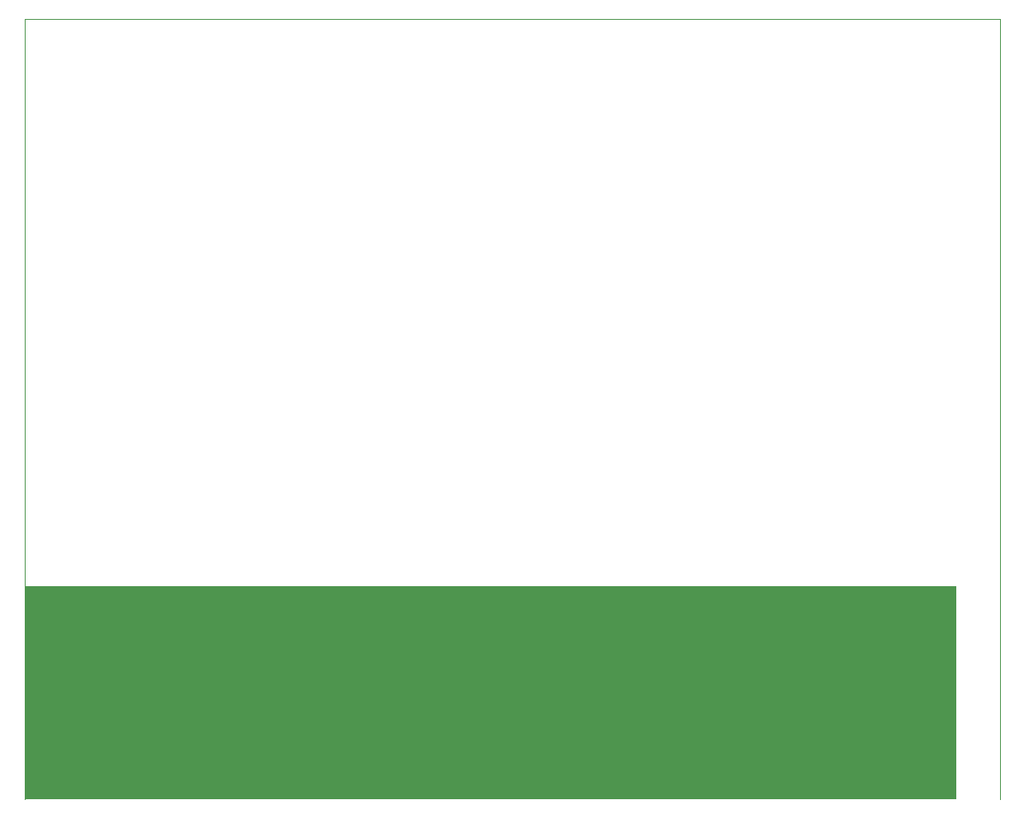
<source format=gbl>
G75*
G70*
%OFA0B0*%
%FSLAX24Y24*%
%IPPOS*%
%LPD*%
%AMOC8*
5,1,8,0,0,1.08239X$1,22.5*
%
%ADD10C,0.0000*%
%ADD11C,0.0030*%
%ADD12C,0.0100*%
%ADD13R,3.7600X0.8600*%
%ADD14C,0.0520*%
%ADD15R,0.2441X0.2283*%
%ADD16R,0.1181X0.0630*%
%ADD17R,0.0748X0.1339*%
%ADD18R,0.0551X0.0394*%
%ADD19R,0.0512X0.0591*%
%ADD20R,0.0396X0.0396*%
%ADD21C,0.0400*%
%ADD22C,0.0160*%
%ADD23C,0.0240*%
%ADD24C,0.0475*%
%ADD25C,0.0320*%
%ADD26R,0.0475X0.0475*%
D10*
X000101Y000947D02*
X000101Y032443D01*
X039471Y032443D01*
X039471Y000947D01*
D11*
X033486Y002024D02*
X033424Y001962D01*
X033301Y001962D01*
X033239Y002024D01*
X033239Y002086D01*
X033301Y002148D01*
X033424Y002148D01*
X033486Y002209D01*
X033486Y002271D01*
X033424Y002333D01*
X033301Y002333D01*
X033239Y002271D01*
X033117Y002209D02*
X032932Y002209D01*
X032871Y002148D01*
X032871Y001962D01*
X032749Y002024D02*
X032687Y001962D01*
X032564Y001962D01*
X032502Y002024D01*
X032502Y002148D01*
X032564Y002209D01*
X032687Y002209D01*
X032749Y002148D01*
X032749Y002024D01*
X032381Y002024D02*
X032319Y001962D01*
X032196Y001962D01*
X032134Y002024D01*
X032134Y002148D01*
X032196Y002209D01*
X032319Y002209D01*
X032381Y002148D01*
X032381Y002024D01*
X032013Y002333D02*
X031766Y002333D01*
X031889Y002333D02*
X031889Y001962D01*
X031644Y002024D02*
X031644Y002148D01*
X031583Y002209D01*
X031459Y002209D01*
X031397Y002148D01*
X031397Y002086D01*
X031644Y002086D01*
X031644Y002024D02*
X031583Y001962D01*
X031459Y001962D01*
X031276Y002024D02*
X031214Y002086D01*
X031029Y002086D01*
X031029Y002148D02*
X031029Y001962D01*
X031214Y001962D01*
X031276Y002024D01*
X031214Y002209D02*
X031091Y002209D01*
X031029Y002148D01*
X030908Y002209D02*
X030846Y002209D01*
X030784Y002148D01*
X030722Y002209D01*
X030661Y002148D01*
X030661Y001962D01*
X030539Y001962D02*
X030292Y002333D01*
X030109Y002209D02*
X029986Y002209D01*
X029924Y002148D01*
X029924Y001962D01*
X030109Y001962D01*
X030171Y002024D01*
X030109Y002086D01*
X029924Y002086D01*
X029803Y002148D02*
X029741Y002209D01*
X029556Y002209D01*
X029556Y002333D02*
X029556Y001962D01*
X029741Y001962D01*
X029803Y002024D01*
X029803Y002148D01*
X029434Y002024D02*
X029373Y002086D01*
X029188Y002086D01*
X029188Y002148D02*
X029188Y001962D01*
X029373Y001962D01*
X029434Y002024D01*
X029373Y002209D02*
X029249Y002209D01*
X029188Y002148D01*
X029066Y002209D02*
X029004Y002209D01*
X028943Y002148D01*
X028881Y002209D01*
X028819Y002148D01*
X028819Y001962D01*
X028943Y001962D02*
X028943Y002148D01*
X029066Y002209D02*
X029066Y001962D01*
X028698Y002024D02*
X028698Y002148D01*
X028636Y002209D01*
X028513Y002209D01*
X028451Y002148D01*
X028451Y002086D01*
X028698Y002086D01*
X028698Y002024D02*
X028636Y001962D01*
X028513Y001962D01*
X028329Y001962D02*
X028329Y002333D01*
X028144Y002209D02*
X028329Y002086D01*
X028144Y001962D01*
X027654Y001962D02*
X027407Y002209D01*
X027407Y002271D01*
X027469Y002333D01*
X027593Y002333D01*
X027654Y002271D01*
X027654Y001962D02*
X027407Y001962D01*
X027286Y002024D02*
X027039Y002271D01*
X027039Y002024D01*
X027101Y001962D01*
X027224Y001962D01*
X027286Y002024D01*
X027286Y002271D01*
X027224Y002333D01*
X027101Y002333D01*
X027039Y002271D01*
X026918Y002271D02*
X026856Y002333D01*
X026733Y002333D01*
X026671Y002271D01*
X026918Y002024D01*
X026856Y001962D01*
X026733Y001962D01*
X026671Y002024D01*
X026671Y002271D01*
X026549Y002271D02*
X026549Y002209D01*
X026488Y002148D01*
X026303Y002148D01*
X026303Y002271D02*
X026364Y002333D01*
X026488Y002333D01*
X026549Y002271D01*
X026303Y002271D02*
X026303Y002024D01*
X026364Y001962D01*
X026488Y001962D01*
X026549Y002024D01*
X026918Y002024D02*
X026918Y002271D01*
X030784Y002148D02*
X030784Y001962D01*
X030908Y001962D02*
X030908Y002209D01*
X033117Y002209D02*
X033117Y001962D01*
D12*
X033300Y002897D02*
X033667Y002897D01*
X033851Y003081D01*
X033667Y003448D02*
X033300Y003448D01*
X033117Y003264D01*
X033117Y003081D01*
X033300Y002897D01*
X032746Y002897D02*
X032746Y003631D01*
X032195Y003631D01*
X032012Y003448D01*
X032012Y002897D01*
X031641Y003081D02*
X031457Y002897D01*
X031091Y002897D01*
X030907Y003081D01*
X030907Y003448D01*
X031091Y003631D01*
X031457Y003631D01*
X031641Y003448D01*
X031641Y003081D01*
X030536Y003081D02*
X030353Y002897D01*
X029986Y002897D01*
X029802Y003081D01*
X029802Y003448D01*
X029986Y003631D01*
X030353Y003631D01*
X030536Y003448D01*
X030536Y003081D01*
X029431Y003081D02*
X029248Y002897D01*
X028881Y002897D01*
X028697Y003081D01*
X028326Y003081D02*
X028143Y002897D01*
X027592Y002897D01*
X027592Y003631D01*
X027221Y003448D02*
X027038Y003631D01*
X026671Y003631D01*
X026487Y003448D01*
X026487Y003264D01*
X027221Y003264D01*
X027221Y003081D02*
X027221Y003448D01*
X027221Y003081D02*
X027038Y002897D01*
X026671Y002897D01*
X025601Y003747D02*
X023501Y003747D01*
X023501Y007747D01*
X016201Y007747D01*
X016601Y006347D02*
X016601Y005745D01*
X016711Y005745D01*
X016711Y004747D02*
X016201Y004747D01*
X015501Y005147D02*
X019538Y005147D01*
X019538Y005247D01*
X019538Y005147D02*
X019538Y004847D01*
X020001Y003347D02*
X021101Y003347D01*
X021101Y006847D01*
X021501Y006847D02*
X021801Y006847D01*
X021501Y006847D02*
X021501Y002747D01*
X020001Y002747D01*
X020001Y002147D02*
X021501Y002147D01*
X021501Y001547D01*
X026401Y001547D01*
X026401Y004347D01*
X024801Y004347D01*
X024801Y006847D01*
X024866Y006847D01*
X024001Y006647D02*
X024001Y008347D01*
X028697Y003815D02*
X028881Y003998D01*
X029248Y003998D01*
X029431Y003815D01*
X029431Y003081D01*
X028326Y003081D02*
X028326Y003631D01*
X024601Y003247D02*
X024601Y002247D01*
X024601Y003247D02*
X022701Y003247D01*
X021901Y003847D02*
X021901Y001947D01*
X022901Y001947D01*
X016711Y003847D02*
X016711Y003950D01*
X016711Y004747D01*
X016711Y003847D02*
X016601Y003847D01*
X015101Y004347D02*
X015101Y005847D01*
X015501Y005347D02*
X015501Y005147D01*
X013766Y005847D02*
X013101Y005847D01*
X013101Y005447D01*
X011201Y006347D02*
X011201Y004247D01*
X010301Y004247D01*
X009401Y004947D02*
X009001Y004947D01*
X008901Y005047D01*
X009401Y005847D02*
X009633Y006080D01*
X009633Y006347D01*
X010001Y007447D02*
X010001Y007847D01*
X008066Y007847D01*
X008066Y007347D01*
X006301Y006647D02*
X006301Y004847D01*
X003001Y003647D02*
X003001Y003547D01*
X011169Y006347D02*
X011201Y006347D01*
X033117Y003815D02*
X033300Y003998D01*
X033667Y003998D01*
X033851Y003815D01*
X033851Y003631D01*
X033667Y003448D01*
D13*
X018901Y005247D03*
D14*
X013851Y003347D03*
X011951Y003347D03*
D15*
X006838Y004847D03*
X019538Y004847D03*
D16*
X016711Y003950D03*
X016711Y005745D03*
X004011Y005745D03*
X004011Y003950D03*
D17*
X009633Y006347D03*
X011169Y006347D03*
X015333Y002347D03*
X016869Y002347D03*
D18*
X027768Y005973D03*
X027768Y006721D03*
X028634Y006347D03*
D19*
X029866Y006847D03*
X030535Y006847D03*
X025535Y006847D03*
X024866Y006847D03*
X014435Y005847D03*
X013766Y005847D03*
X008735Y007347D03*
X008066Y007347D03*
X006735Y007347D03*
X006066Y007347D03*
D20*
X006301Y006647D03*
X008901Y005047D03*
X010301Y004247D03*
X010001Y007447D03*
X015101Y004347D03*
X016201Y004747D03*
X015501Y005347D03*
X016601Y006347D03*
X016201Y007747D03*
X016601Y008347D03*
X021101Y006847D03*
X021801Y006847D03*
X024001Y006647D03*
X026801Y006647D03*
X025601Y003747D03*
X024601Y002247D03*
X022901Y001947D03*
X022701Y003247D03*
X021901Y003847D03*
X020001Y003347D03*
X020001Y002747D03*
X020001Y002147D03*
X013901Y001547D03*
D21*
X015101Y001847D02*
X009401Y001847D01*
X009401Y004947D01*
X009401Y005847D01*
X011401Y008347D02*
X016601Y008347D01*
X024001Y008347D01*
X029101Y008347D01*
X011401Y008347D02*
X002901Y008347D01*
X002901Y004847D01*
X004011Y003950D02*
X004011Y003547D01*
X004011Y001847D01*
X009401Y001847D01*
D22*
X009401Y005847D02*
X008735Y005847D01*
X008735Y007347D01*
X008066Y007347D02*
X006735Y007347D01*
X006066Y007347D02*
X004011Y007347D01*
X004011Y007047D01*
X004011Y005745D01*
X011169Y006347D02*
X011401Y006347D01*
X014435Y006347D01*
X014435Y005847D01*
X015101Y005847D01*
X016711Y005847D01*
X016711Y005745D01*
X019601Y003847D02*
X019601Y002347D01*
X016869Y002347D01*
X025535Y005973D02*
X027768Y005973D01*
X027768Y006647D02*
X026801Y006647D01*
X027768Y006647D02*
X027768Y006721D01*
X028634Y006347D02*
X030535Y006347D01*
X030535Y006847D01*
X030601Y006847D01*
X030601Y008347D01*
X029101Y008347D01*
X029866Y007347D02*
X025701Y007347D01*
X025535Y006847D01*
X025535Y005973D01*
X029866Y006847D02*
X029866Y007347D01*
X030601Y006847D02*
X030701Y006847D01*
D23*
X019538Y004847D02*
X019538Y002347D01*
X016869Y002347D01*
X016601Y003847D02*
X015101Y003847D01*
X015101Y001847D01*
X015333Y001847D01*
X015333Y002347D01*
X015101Y001847D02*
X013901Y001847D01*
X013901Y001547D01*
X011401Y006347D02*
X011401Y008347D01*
X006838Y004847D02*
X006301Y004847D01*
D24*
X004011Y007047D03*
X003001Y003647D03*
X003001Y003647D03*
D25*
X003001Y003547D02*
X004011Y003547D01*
X002901Y004847D02*
X006301Y004847D01*
D26*
X013101Y005447D03*
M02*

</source>
